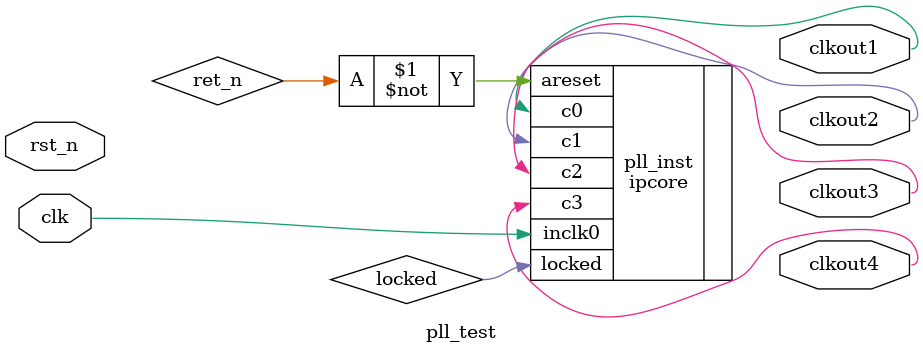
<source format=v>
`timescale 1ns/1ps
module pll_test
(
	input clk,
	input rst_n,
	output clkout1,
	output clkout2,
	output clkout3,
	output clkout4
);
	wire locked;
ipcore pll_inst
(
	.areset(~ret_n),
	.inclk0(clk),
	.c0(clkout1),
	.c1(clkout2),
	.c2(clkout3),
	.c3(clkout4),
	.locked(locked)
);
endmodule

</source>
